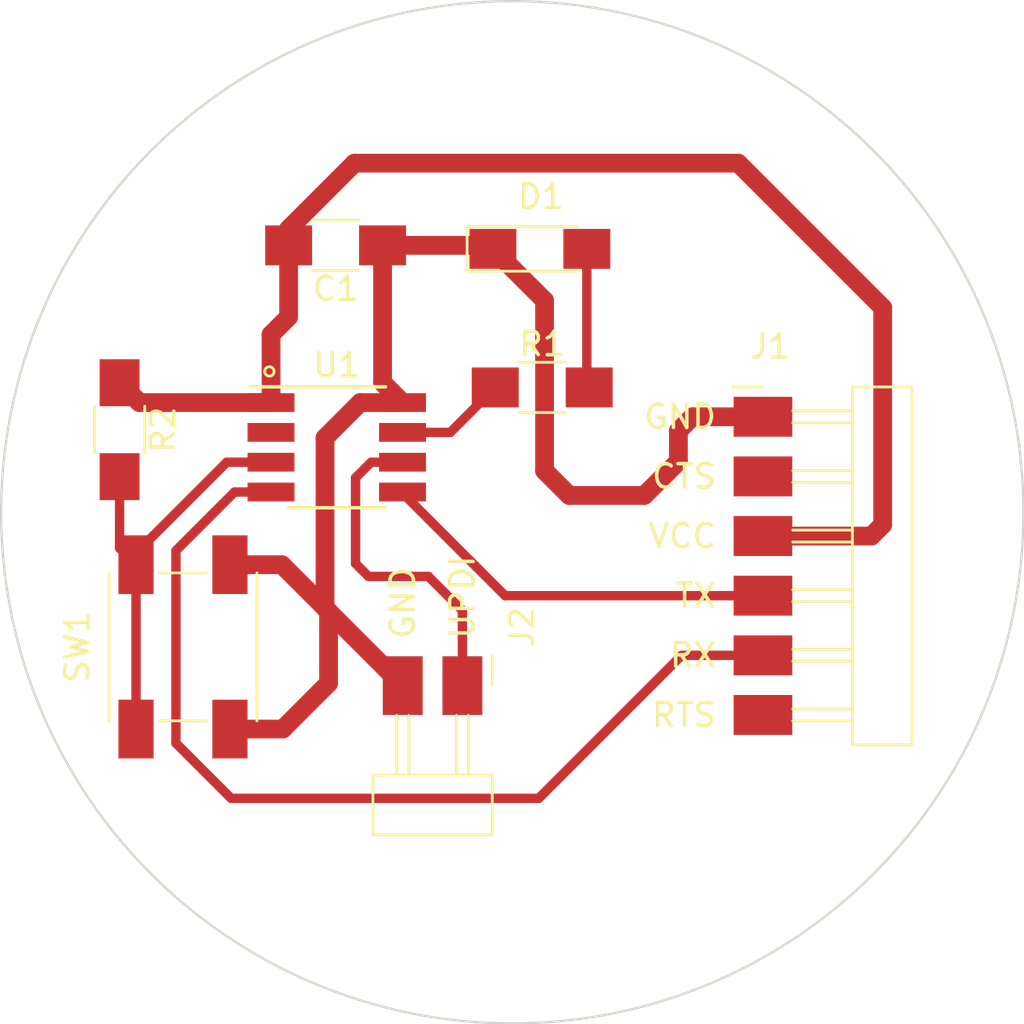
<source format=kicad_pcb>
(kicad_pcb (version 20211014) (generator pcbnew)
  (layers (0 "F.Cu" signal) (31 "B.Cu" signal) (34 "B.Paste" user) (35 "F.Paste" user) (36 "B.SilkS" user "B.Silkscreen") (37 "F.SilkS" user "F.Silkscreen") (38 "B.Mask" user) (39 "F.Mask" user) (44 "Edge.Cuts" user))
  (net 0 "")
  (net 1 "GND")
  (net 2 "/LED")
  (net 3 "/UPDI")
  (net 4 "/Tx")
  (net 5 "/Rx")
  (net 6 "/Button")
  (net 8 "VCC")
  (net 11 "Net-(D1-Pad2)")
  (footprint "fab:R_1206" (layer "F.Cu") (at 162.3 88.95)
    (fp_text reference "R1" (at 0 -1.85) (layer "F.SilkS"))
    (fp_text value "1k ohm")
    (fp_line (start -1 -1.07) (end 1 -1.07) (layer "F.SilkS") (width 0.12))
    (fp_line (start 1 1.07) (end -1 1.07) (layer "F.SilkS") (width 0.12))
    (pad "1" smd rect locked (at -2 0) (size 2 1.7) (layers "F.Cu" "F.Paste" "F.Mask") (net 2 "/LED"))
    (pad "2" smd rect locked (at 2 0) (size 2 1.7) (layers "F.Cu" "F.Paste" "F.Mask") (net 11 "Net-(D1-Pad2)"))
  )
  (footprint "fab:R_1206" (layer "F.Cu") (at 144.3 90.75 -90)
    (fp_text reference "R2" (at 0 -1.85 90) (layer "F.SilkS"))
    (fp_text value "1k ohm")
    (fp_line (start -1 -1.07) (end 1 -1.07) (layer "F.SilkS") (width 0.12))
    (fp_line (start 1 1.07) (end -1 1.07) (layer "F.SilkS") (width 0.12))
    (pad "1" smd rect locked (at -2 0 270) (size 2 1.7) (layers "F.Cu" "F.Paste" "F.Mask") (net 8 "VCC"))
    (pad "2" smd rect locked (at 2 0 270) (size 2 1.7) (layers "F.Cu" "F.Paste" "F.Mask") (net 6 "/Button"))
  )
  (footprint "fab:C_1206" (layer "F.Cu") (at 153.5 82.9 180)
    (fp_text reference "C1" (at 0 -1.85) (layer "F.SilkS"))
    (fp_text value "1uf")
    (fp_line (start -1 -1.07) (end 1 -1.07) (layer "F.SilkS") (width 0.12))
    (fp_line (start 1 1.07) (end -1 1.07) (layer "F.SilkS") (width 0.12))
    (pad "1" smd rect locked (at -2 0 180) (size 2 1.7) (layers "F.Cu" "F.Paste" "F.Mask") (net 1 "GND"))
    (pad "2" smd rect locked (at 2 0 180) (size 2 1.7) (layers "F.Cu" "F.Paste" "F.Mask") (net 8 "VCC"))
  )
  (footprint "fab:SOIC-8_3.9x4.9mm_P1.27mm" (layer "F.Cu") (at 153.55 91.5)
    (fp_text reference "U1" (at 0 -3.5) (layer "F.SilkS"))
    (fp_text value "Microcontroller_ATtiny412_SSFR")
    (fp_line (start -3.69 -2.575) (end 2.075 -2.575) (layer "F.SilkS") (width 0.15))
    (fp_line (start -2.075 2.575) (end 2.075 2.575) (layer "F.SilkS") (width 0.15))
    (fp_circle (center -2.87 -3.23) (end -2.67 -3.23) (layer "F.SilkS") (width 0.12) (fill none))
    (pad "1" smd rect locked (at -2.8 -1.905) (size 2 0.8) (layers "F.Cu" "F.Paste" "F.Mask") (net 8 "VCC"))
    (pad "2" smd rect locked (at -2.8 -0.635) (size 2 0.8) (layers "F.Cu" "F.Paste" "F.Mask"))
    (pad "3" smd rect locked (at -2.8 0.635) (size 2 0.8) (layers "F.Cu" "F.Paste" "F.Mask") (net 6 "/Button"))
    (pad "4" smd rect locked (at -2.8 1.905) (size 2 0.8) (layers "F.Cu" "F.Paste" "F.Mask") (net 5 "/Rx"))
    (pad "5" smd rect locked (at 2.8 1.905) (size 2 0.8) (layers "F.Cu" "F.Paste" "F.Mask") (net 4 "/Tx"))
    (pad "6" smd rect locked (at 2.8 0.635) (size 2 0.8) (layers "F.Cu" "F.Paste" "F.Mask") (net 3 "/UPDI"))
    (pad "7" smd rect locked (at 2.8 -0.635) (size 2 0.8) (layers "F.Cu" "F.Paste" "F.Mask") (net 2 "/LED"))
    (pad "8" smd rect locked (at 2.8 -1.905) (size 2 0.8) (layers "F.Cu" "F.Paste" "F.Mask") (net 1 "GND"))
  )
  (footprint "fab:Button_Omron_B3SN_6x6mm" (layer "F.Cu") (at 147 100 90)
    (fp_text reference "SW1" (at 0 -4.5 90) (layer "F.SilkS"))
    (fp_text value "BUTTON_B3SN")
    (fp_line (start -3.15 -3.15) (end 3.15 -3.15) (layer "F.SilkS") (width 0.12))
    (fp_line (start 3.15 -1) (end 3.15 1) (layer "F.SilkS") (width 0.12))
    (fp_line (start 3.15 3.15) (end -3.15 3.15) (layer "F.SilkS") (width 0.12))
    (fp_line (start -3.15 1) (end -3.15 -1) (layer "F.SilkS") (width 0.12))
    (pad "1" smd rect locked (at 3.5 -2 90) (size 2.5 1.5) (layers "F.Cu" "F.Paste" "F.Mask") (net 6 "/Button"))
    (pad "1" smd rect locked (at -3.5 -2 90) (size 2.5 1.5) (layers "F.Cu" "F.Paste" "F.Mask") (net 6 "/Button"))
    (pad "2" smd rect locked (at -3.5 2 90) (size 2.5 1.5) (layers "F.Cu" "F.Paste" "F.Mask") (net 1 "GND"))
    (pad "2" smd rect locked (at 3.5 2 90) (size 2.5 1.5) (layers "F.Cu" "F.Paste" "F.Mask") (net 1 "GND"))
  )
  (footprint "fab:LED_1206" (layer "F.Cu") (at 162.2 83.05)
    (fp_text reference "D1" (at 0.05 -2.225) (layer "F.SilkS"))
    (fp_text value "LED")
    (fp_line (start -3.1 0.95) (end 1.6 0.95) (layer "F.SilkS") (width 0.12))
    (fp_line (start -3.1 -0.95) (end -3.1 0.95) (layer "F.SilkS") (width 0.12))
    (fp_line (start -3.1 -0.95) (end 1.6 -0.95) (layer "F.SilkS") (width 0.12))
    (pad "1" smd rect locked (at -2 0) (size 2 1.7) (layers "F.Cu" "F.Paste" "F.Mask") (net 1 "GND"))
    (pad "2" smd rect locked (at 2 0) (size 2 1.7) (layers "F.Cu" "F.Paste" "F.Mask") (net 11 "Net-(D1-Pad2)"))
  )
  (footprint "fab:PinHeader_UPDI_01x02_P2.54mm_Horizontal_SMD" (layer "F.Cu") (at 158.9 101.65 -90)
    (fp_text reference "J2" (at -1.524 -2.54 90) (layer "F.SilkS") (effects (justify left)))
    (fp_text value "UPDI")
    (fp_text user "UPDI" (at -1.905 0 90) (layer "F.SilkS") (effects (justify left)))
    (fp_text user "GND" (at -1.905 2.54 90) (layer "F.SilkS") (effects (justify left)))
    (fp_line (start 3.81 0.254) (end 1.27 0.254) (layer "F.SilkS") (width 0.12))
    (fp_line (start 6.35 3.81) (end 3.81 3.81) (layer "F.SilkS") (width 0.12))
    (fp_line (start 3.81 2.794) (end 1.27 2.794) (layer "F.SilkS") (width 0.12))
    (fp_line (start -1.27 -1.27) (end 0 -1.27) (layer "F.SilkS") (width 0.12))
    (fp_line (start 3.81 2.286) (end 1.27 2.286) (layer "F.SilkS") (width 0.12))
    (fp_line (start 3.81 -0.254) (end 1.27 -0.254) (layer "F.SilkS") (width 0.12))
    (fp_line (start 3.81 -1.27) (end 6.35 -1.27) (layer "F.SilkS") (width 0.12))
    (fp_line (start 6.35 -1.27) (end 6.35 3.81) (layer "F.SilkS") (width 0.12))
    (fp_line (start 3.81 3.81) (end 3.81 -1.27) (layer "F.SilkS") (width 0.12))
    (pad "1" smd rect locked (at 0 0 270) (size 2.5 1.7) (layers "F.Cu" "F.Paste" "F.Mask") (net 3 "/UPDI"))
    (pad "2" smd rect locked (at 0 2.54 270) (size 2.5 1.7) (layers "F.Cu" "F.Paste" "F.Mask") (net 1 "GND"))
  )
  (footprint "fab:PinHeader_FTDI_01x06_P2.54mm_Horizontal_SMD" (layer "F.Cu") (at 171.7 90.2)
    (fp_text reference "J1" (at -0.65 -3 180) (layer "F.SilkS") (effects (justify left)))
    (fp_text value "FTDI")
    (fp_text user "CTS" (at -1.905 2.54) (layer "F.SilkS") (effects (justify right)))
    (fp_text user "RX" (at -1.905 10.16) (layer "F.SilkS") (effects (justify right)))
    (fp_text user "VCC" (at -1.905 5.08) (layer "F.SilkS") (effects (justify right)))
    (fp_text user "GND" (at -1.905 0) (layer "F.SilkS") (effects (justify right)))
    (fp_text user "TX" (at -1.905 7.62) (layer "F.SilkS") (effects (justify right)))
    (fp_text user "RTS" (at -1.905 12.7) (layer "F.SilkS") (effects (justify right)))
    (fp_line (start 3.81 7.874) (end 1.27 7.874) (layer "F.SilkS") (width 0.12))
    (fp_line (start 6.35 -1.27) (end 6.35 13.97) (layer "F.SilkS") (width 0.12))
    (fp_line (start 3.81 0.254) (end 1.27 0.254) (layer "F.SilkS") (width 0.12))
    (fp_line (start 3.81 2.794) (end 1.27 2.794) (layer "F.SilkS") (width 0.12))
    (fp_line (start 3.81 4.826) (end 1.27 4.826) (layer "F.SilkS") (width 0.12))
    (fp_line (start 3.81 13.97) (end 3.81 -1.27) (layer "F.SilkS") (width 0.12))
    (fp_line (start 3.81 -0.254) (end 1.27 -0.254) (layer "F.SilkS") (width 0.12))
    (fp_line (start 3.81 -1.27) (end 6.35 -1.27) (layer "F.SilkS") (width 0.12))
    (fp_line (start 3.81 10.414) (end 1.27 10.414) (layer "F.SilkS") (width 0.12))
    (fp_line (start 6.35 13.97) (end 3.81 13.97) (layer "F.SilkS") (width 0.12))
    (fp_line (start 3.81 9.906) (end 1.27 9.906) (layer "F.SilkS") (width 0.12))
    (fp_line (start 3.81 7.366) (end 1.27 7.366) (layer "F.SilkS") (width 0.12))
    (fp_line (start -1.27 -1.27) (end 0 -1.27) (layer "F.SilkS") (width 0.12))
    (fp_line (start 3.81 2.286) (end 1.27 2.286) (layer "F.SilkS") (width 0.12))
    (fp_line (start 3.81 12.954) (end 1.27 12.954) (layer "F.SilkS") (width 0.12))
    (fp_line (start 3.81 12.446) (end 1.27 12.446) (layer "F.SilkS") (width 0.12))
    (fp_line (start 3.81 5.334) (end 1.27 5.334) (layer "F.SilkS") (width 0.12))
    (pad "1" smd rect locked (at 0 0) (size 2.5 1.7) (layers "F.Cu" "F.Paste" "F.Mask") (net 1 "GND"))
    (pad "2" smd rect locked (at 0 2.54) (size 2.5 1.7) (layers "F.Cu" "F.Paste" "F.Mask"))
    (pad "3" smd rect locked (at 0 5.08) (size 2.5 1.7) (layers "F.Cu" "F.Paste" "F.Mask") (net 8 "VCC"))
    (pad "4" smd rect locked (at 0 7.62) (size 2.5 1.7) (layers "F.Cu" "F.Paste" "F.Mask") (net 4 "/Tx"))
    (pad "5" smd rect locked (at 0 10.16) (size 2.5 1.7) (layers "F.Cu" "F.Paste" "F.Mask") (net 5 "/Rx"))
    (pad "6" smd rect locked (at 0 12.7) (size 2.5 1.7) (layers "F.Cu" "F.Paste" "F.Mask"))
  )
  (gr_circle (center 161.025 94.268167) (end 182.45 98.118167) (layer "Edge.Cuts") (width 0.1) (fill none))
  (segment (start 154.55 89.595) (end 153.05 91.095) (width 0.8) (layer "F.Cu") (net 1))
  (segment (start 151.21 96.5) (end 153.05 98.34) (width 0.8) (layer "F.Cu") (net 1))
  (segment (start 166.65 93.55) (end 168.1 92.1) (width 0.8) (layer "F.Cu") (net 1))
  (segment (start 160.05 82.9) (end 160.2 83.05) (width 0.8) (layer "F.Cu") (net 1))
  (segment (start 153.05 91.095) (end 153.05 98.34) (width 0.8) (layer "F.Cu") (net 1))
  (segment (start 153.05 98.34) (end 156.36 101.65) (width 0.8) (layer "F.Cu") (net 1))
  (segment (start 168.1 92.1) (end 168.1 90.8) (width 0.8) (layer "F.Cu") (net 1))
  (segment (start 163.45 93.55) (end 166.65 93.55) (width 0.8) (layer "F.Cu") (net 1))
  (segment (start 153.2 101.55) (end 153.2 98.49) (width 0.8) (layer "F.Cu") (net 1))
  (segment (start 149 103.5) (end 151.25 103.5) (width 0.8) (layer "F.Cu") (net 1))
  (segment (start 168.1 90.8) (end 168.7 90.2) (width 0.8) (layer "F.Cu") (net 1))
  (segment (start 155.5 82.9) (end 160.05 82.9) (width 0.8) (layer "F.Cu") (net 1))
  (segment (start 151.25 103.5) (end 153.2 101.55) (width 0.8) (layer "F.Cu") (net 1))
  (segment (start 162.4 92.5) (end 163.45 93.55) (width 0.8) (layer "F.Cu") (net 1))
  (segment (start 168.7 90.2) (end 171.7 90.2) (width 0.8) (layer "F.Cu") (net 1))
  (segment (start 160.2 83.05) (end 162.4 85.25) (width 0.8) (layer "F.Cu") (net 1))
  (segment (start 155.5 82.9) (end 155.5 88.745) (width 0.8) (layer "F.Cu") (net 1))
  (segment (start 149 96.5) (end 151.21 96.5) (width 0.8) (layer "F.Cu") (net 1))
  (segment (start 162.4 85.25) (end 162.4 92.5) (width 0.8) (layer "F.Cu") (net 1))
  (segment (start 155.5 88.745) (end 156.35 89.595) (width 0.8) (layer "F.Cu") (net 1))
  (segment (start 153.2 98.49) (end 153.05 98.34) (width 0.8) (layer "F.Cu") (net 1))
  (segment (start 156.35 89.595) (end 154.55 89.595) (width 0.8) (layer "F.Cu") (net 1))
  (segment (start 158.385 90.865) (end 156.35 90.865) (width 0.4) (layer "F.Cu") (net 2))
  (segment (start 160.3 88.95) (end 158.385 90.865) (width 0.4) (layer "F.Cu") (net 2))
  (segment (start 156.35 92.135) (end 155.015 92.135) (width 0.4) (layer "F.Cu") (net 3))
  (segment (start 155.015 92.135) (end 154.35 92.8) (width 0.4) (layer "F.Cu") (net 3))
  (segment (start 157.45 97) (end 158.9 98.45) (width 0.4) (layer "F.Cu") (net 3))
  (segment (start 154.35 96.45) (end 154.9 97) (width 0.4) (layer "F.Cu") (net 3))
  (segment (start 158.9 98.45) (end 158.9 101.65) (width 0.4) (layer "F.Cu") (net 3))
  (segment (start 154.35 92.8) (end 154.35 96.45) (width 0.4) (layer "F.Cu") (net 3))
  (segment (start 154.9 97) (end 157.45 97) (width 0.4) (layer "F.Cu") (net 3))
  (segment (start 156.35 93.405) (end 156.35 93.45) (width 0.4) (layer "F.Cu") (net 4))
  (segment (start 156.35 93.45) (end 160.72 97.82) (width 0.4) (layer "F.Cu") (net 4))
  (segment (start 160.72 97.82) (end 171.7 97.82) (width 0.4) (layer "F.Cu") (net 4))
  (segment (start 149.05 106.45) (end 162.15 106.45) (width 0.4) (layer "F.Cu") (net 5))
  (segment (start 146.7 104.1) (end 149.05 106.45) (width 0.4) (layer "F.Cu") (net 5))
  (segment (start 150.75 93.405) (end 149.195 93.405) (width 0.4) (layer "F.Cu") (net 5))
  (segment (start 149.195 93.405) (end 146.7 95.9) (width 0.4) (layer "F.Cu") (net 5))
  (segment (start 162.15 106.45) (end 168.24 100.36) (width 0.4) (layer "F.Cu") (net 5))
  (segment (start 168.24 100.36) (end 171.7 100.36) (width 0.4) (layer "F.Cu") (net 5))
  (segment (start 146.7 95.9) (end 146.7 104.1) (width 0.4) (layer "F.Cu") (net 5))
  (segment (start 145 96.5) (end 145 103.5) (width 0.4) (layer "F.Cu") (net 6))
  (segment (start 150.75 92.135) (end 148.865 92.135) (width 0.4) (layer "F.Cu") (net 6))
  (segment (start 145 96) (end 145 96.5) (width 0.4) (layer "F.Cu") (net 6))
  (segment (start 144.3 92.75) (end 144.3 95.8) (width 0.4) (layer "F.Cu") (net 6))
  (segment (start 148.865 92.135) (end 145 96) (width 0.4) (layer "F.Cu") (net 6))
  (segment (start 144.3 95.8) (end 145 96.5) (width 0.4) (layer "F.Cu") (net 6))
  (segment (start 176.32 95.28) (end 176.8 94.8) (width 0.8) (layer "F.Cu") (net 8))
  (segment (start 151.5 82.2) (end 151.5 82.9) (width 0.8) (layer "F.Cu") (net 8))
  (segment (start 170.65 79.4) (end 154.3 79.4) (width 0.8) (layer "F.Cu") (net 8))
  (segment (start 176.8 85.55) (end 170.65 79.4) (width 0.8) (layer "F.Cu") (net 8))
  (segment (start 150.75 86.7) (end 150.75 89.595) (width 0.8) (layer "F.Cu") (net 8))
  (segment (start 176.8 94.8) (end 176.8 85.55) (width 0.8) (layer "F.Cu") (net 8))
  (segment (start 171.7 95.28) (end 176.32 95.28) (width 0.8) (layer "F.Cu") (net 8))
  (segment (start 154.3 79.4) (end 151.5 82.2) (width 0.8) (layer "F.Cu") (net 8))
  (segment (start 151.5 82.9) (end 151.5 85.95) (width 0.8) (layer "F.Cu") (net 8))
  (segment (start 150.75 89.595) (end 145.145 89.595) (width 0.8) (layer "F.Cu") (net 8))
  (segment (start 151.5 85.95) (end 150.75 86.7) (width 0.8) (layer "F.Cu") (net 8))
  (segment (start 145.145 89.595) (end 144.3 88.75) (width 0.8) (layer "F.Cu") (net 8))
  (segment (start 164.2 88.85) (end 164.3 88.95) (width 0.4) (layer "F.Cu") (net 11))
  (segment (start 164.2 83.05) (end 164.2 88.85) (width 0.4) (layer "F.Cu") (net 11))
)
</source>
